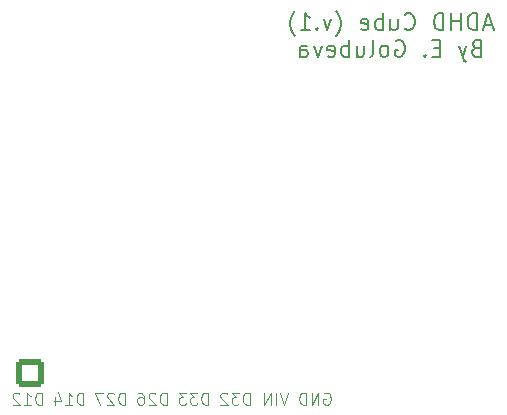
<source format=gbo>
%TF.GenerationSoftware,KiCad,Pcbnew,9.0.5*%
%TF.CreationDate,2025-12-28T18:17:11+02:00*%
%TF.ProjectId,base-schematic-02,62617365-2d73-4636-9865-6d617469632d,rev?*%
%TF.SameCoordinates,Original*%
%TF.FileFunction,Legend,Bot*%
%TF.FilePolarity,Positive*%
%FSLAX46Y46*%
G04 Gerber Fmt 4.6, Leading zero omitted, Abs format (unit mm)*
G04 Created by KiCad (PCBNEW 9.0.5) date 2025-12-28 18:17:11*
%MOMM*%
%LPD*%
G01*
G04 APERTURE LIST*
G04 Aperture macros list*
%AMRoundRect*
0 Rectangle with rounded corners*
0 $1 Rounding radius*
0 $2 $3 $4 $5 $6 $7 $8 $9 X,Y pos of 4 corners*
0 Add a 4 corners polygon primitive as box body*
4,1,4,$2,$3,$4,$5,$6,$7,$8,$9,$2,$3,0*
0 Add four circle primitives for the rounded corners*
1,1,$1+$1,$2,$3*
1,1,$1+$1,$4,$5*
1,1,$1+$1,$6,$7*
1,1,$1+$1,$8,$9*
0 Add four rect primitives between the rounded corners*
20,1,$1+$1,$2,$3,$4,$5,0*
20,1,$1+$1,$4,$5,$6,$7,0*
20,1,$1+$1,$6,$7,$8,$9,0*
20,1,$1+$1,$8,$9,$2,$3,0*%
G04 Aperture macros list end*
%ADD10C,0.100000*%
%ADD11C,0.200000*%
%ADD12R,1.700000X1.700000*%
%ADD13C,1.700000*%
%ADD14C,3.200000*%
%ADD15RoundRect,0.250001X-0.949999X-0.949999X0.949999X-0.949999X0.949999X0.949999X-0.949999X0.949999X0*%
%ADD16C,2.400000*%
G04 APERTURE END LIST*
D10*
X77068115Y-110692419D02*
X77068115Y-109692419D01*
X77068115Y-109692419D02*
X76830020Y-109692419D01*
X76830020Y-109692419D02*
X76687163Y-109740038D01*
X76687163Y-109740038D02*
X76591925Y-109835276D01*
X76591925Y-109835276D02*
X76544306Y-109930514D01*
X76544306Y-109930514D02*
X76496687Y-110120990D01*
X76496687Y-110120990D02*
X76496687Y-110263847D01*
X76496687Y-110263847D02*
X76544306Y-110454323D01*
X76544306Y-110454323D02*
X76591925Y-110549561D01*
X76591925Y-110549561D02*
X76687163Y-110644800D01*
X76687163Y-110644800D02*
X76830020Y-110692419D01*
X76830020Y-110692419D02*
X77068115Y-110692419D01*
X76163353Y-109692419D02*
X75544306Y-109692419D01*
X75544306Y-109692419D02*
X75877639Y-110073371D01*
X75877639Y-110073371D02*
X75734782Y-110073371D01*
X75734782Y-110073371D02*
X75639544Y-110120990D01*
X75639544Y-110120990D02*
X75591925Y-110168609D01*
X75591925Y-110168609D02*
X75544306Y-110263847D01*
X75544306Y-110263847D02*
X75544306Y-110501942D01*
X75544306Y-110501942D02*
X75591925Y-110597180D01*
X75591925Y-110597180D02*
X75639544Y-110644800D01*
X75639544Y-110644800D02*
X75734782Y-110692419D01*
X75734782Y-110692419D02*
X76020496Y-110692419D01*
X76020496Y-110692419D02*
X76115734Y-110644800D01*
X76115734Y-110644800D02*
X76163353Y-110597180D01*
X75210972Y-109692419D02*
X74591925Y-109692419D01*
X74591925Y-109692419D02*
X74925258Y-110073371D01*
X74925258Y-110073371D02*
X74782401Y-110073371D01*
X74782401Y-110073371D02*
X74687163Y-110120990D01*
X74687163Y-110120990D02*
X74639544Y-110168609D01*
X74639544Y-110168609D02*
X74591925Y-110263847D01*
X74591925Y-110263847D02*
X74591925Y-110501942D01*
X74591925Y-110501942D02*
X74639544Y-110597180D01*
X74639544Y-110597180D02*
X74687163Y-110644800D01*
X74687163Y-110644800D02*
X74782401Y-110692419D01*
X74782401Y-110692419D02*
X75068115Y-110692419D01*
X75068115Y-110692419D02*
X75163353Y-110644800D01*
X75163353Y-110644800D02*
X75210972Y-110597180D01*
X70032115Y-110692419D02*
X70032115Y-109692419D01*
X70032115Y-109692419D02*
X69794020Y-109692419D01*
X69794020Y-109692419D02*
X69651163Y-109740038D01*
X69651163Y-109740038D02*
X69555925Y-109835276D01*
X69555925Y-109835276D02*
X69508306Y-109930514D01*
X69508306Y-109930514D02*
X69460687Y-110120990D01*
X69460687Y-110120990D02*
X69460687Y-110263847D01*
X69460687Y-110263847D02*
X69508306Y-110454323D01*
X69508306Y-110454323D02*
X69555925Y-110549561D01*
X69555925Y-110549561D02*
X69651163Y-110644800D01*
X69651163Y-110644800D02*
X69794020Y-110692419D01*
X69794020Y-110692419D02*
X70032115Y-110692419D01*
X69079734Y-109787657D02*
X69032115Y-109740038D01*
X69032115Y-109740038D02*
X68936877Y-109692419D01*
X68936877Y-109692419D02*
X68698782Y-109692419D01*
X68698782Y-109692419D02*
X68603544Y-109740038D01*
X68603544Y-109740038D02*
X68555925Y-109787657D01*
X68555925Y-109787657D02*
X68508306Y-109882895D01*
X68508306Y-109882895D02*
X68508306Y-109978133D01*
X68508306Y-109978133D02*
X68555925Y-110120990D01*
X68555925Y-110120990D02*
X69127353Y-110692419D01*
X69127353Y-110692419D02*
X68508306Y-110692419D01*
X68174972Y-109692419D02*
X67508306Y-109692419D01*
X67508306Y-109692419D02*
X67936877Y-110692419D01*
X66514115Y-110692419D02*
X66514115Y-109692419D01*
X66514115Y-109692419D02*
X66276020Y-109692419D01*
X66276020Y-109692419D02*
X66133163Y-109740038D01*
X66133163Y-109740038D02*
X66037925Y-109835276D01*
X66037925Y-109835276D02*
X65990306Y-109930514D01*
X65990306Y-109930514D02*
X65942687Y-110120990D01*
X65942687Y-110120990D02*
X65942687Y-110263847D01*
X65942687Y-110263847D02*
X65990306Y-110454323D01*
X65990306Y-110454323D02*
X66037925Y-110549561D01*
X66037925Y-110549561D02*
X66133163Y-110644800D01*
X66133163Y-110644800D02*
X66276020Y-110692419D01*
X66276020Y-110692419D02*
X66514115Y-110692419D01*
X64990306Y-110692419D02*
X65561734Y-110692419D01*
X65276020Y-110692419D02*
X65276020Y-109692419D01*
X65276020Y-109692419D02*
X65371258Y-109835276D01*
X65371258Y-109835276D02*
X65466496Y-109930514D01*
X65466496Y-109930514D02*
X65561734Y-109978133D01*
X64133163Y-110025752D02*
X64133163Y-110692419D01*
X64371258Y-109644800D02*
X64609353Y-110359085D01*
X64609353Y-110359085D02*
X63990306Y-110359085D01*
X80586115Y-110692419D02*
X80586115Y-109692419D01*
X80586115Y-109692419D02*
X80348020Y-109692419D01*
X80348020Y-109692419D02*
X80205163Y-109740038D01*
X80205163Y-109740038D02*
X80109925Y-109835276D01*
X80109925Y-109835276D02*
X80062306Y-109930514D01*
X80062306Y-109930514D02*
X80014687Y-110120990D01*
X80014687Y-110120990D02*
X80014687Y-110263847D01*
X80014687Y-110263847D02*
X80062306Y-110454323D01*
X80062306Y-110454323D02*
X80109925Y-110549561D01*
X80109925Y-110549561D02*
X80205163Y-110644800D01*
X80205163Y-110644800D02*
X80348020Y-110692419D01*
X80348020Y-110692419D02*
X80586115Y-110692419D01*
X79681353Y-109692419D02*
X79062306Y-109692419D01*
X79062306Y-109692419D02*
X79395639Y-110073371D01*
X79395639Y-110073371D02*
X79252782Y-110073371D01*
X79252782Y-110073371D02*
X79157544Y-110120990D01*
X79157544Y-110120990D02*
X79109925Y-110168609D01*
X79109925Y-110168609D02*
X79062306Y-110263847D01*
X79062306Y-110263847D02*
X79062306Y-110501942D01*
X79062306Y-110501942D02*
X79109925Y-110597180D01*
X79109925Y-110597180D02*
X79157544Y-110644800D01*
X79157544Y-110644800D02*
X79252782Y-110692419D01*
X79252782Y-110692419D02*
X79538496Y-110692419D01*
X79538496Y-110692419D02*
X79633734Y-110644800D01*
X79633734Y-110644800D02*
X79681353Y-110597180D01*
X78681353Y-109787657D02*
X78633734Y-109740038D01*
X78633734Y-109740038D02*
X78538496Y-109692419D01*
X78538496Y-109692419D02*
X78300401Y-109692419D01*
X78300401Y-109692419D02*
X78205163Y-109740038D01*
X78205163Y-109740038D02*
X78157544Y-109787657D01*
X78157544Y-109787657D02*
X78109925Y-109882895D01*
X78109925Y-109882895D02*
X78109925Y-109978133D01*
X78109925Y-109978133D02*
X78157544Y-110120990D01*
X78157544Y-110120990D02*
X78728972Y-110692419D01*
X78728972Y-110692419D02*
X78109925Y-110692419D01*
X86882306Y-109740038D02*
X86977544Y-109692419D01*
X86977544Y-109692419D02*
X87120401Y-109692419D01*
X87120401Y-109692419D02*
X87263258Y-109740038D01*
X87263258Y-109740038D02*
X87358496Y-109835276D01*
X87358496Y-109835276D02*
X87406115Y-109930514D01*
X87406115Y-109930514D02*
X87453734Y-110120990D01*
X87453734Y-110120990D02*
X87453734Y-110263847D01*
X87453734Y-110263847D02*
X87406115Y-110454323D01*
X87406115Y-110454323D02*
X87358496Y-110549561D01*
X87358496Y-110549561D02*
X87263258Y-110644800D01*
X87263258Y-110644800D02*
X87120401Y-110692419D01*
X87120401Y-110692419D02*
X87025163Y-110692419D01*
X87025163Y-110692419D02*
X86882306Y-110644800D01*
X86882306Y-110644800D02*
X86834687Y-110597180D01*
X86834687Y-110597180D02*
X86834687Y-110263847D01*
X86834687Y-110263847D02*
X87025163Y-110263847D01*
X86406115Y-110692419D02*
X86406115Y-109692419D01*
X86406115Y-109692419D02*
X85834687Y-110692419D01*
X85834687Y-110692419D02*
X85834687Y-109692419D01*
X85358496Y-110692419D02*
X85358496Y-109692419D01*
X85358496Y-109692419D02*
X85120401Y-109692419D01*
X85120401Y-109692419D02*
X84977544Y-109740038D01*
X84977544Y-109740038D02*
X84882306Y-109835276D01*
X84882306Y-109835276D02*
X84834687Y-109930514D01*
X84834687Y-109930514D02*
X84787068Y-110120990D01*
X84787068Y-110120990D02*
X84787068Y-110263847D01*
X84787068Y-110263847D02*
X84834687Y-110454323D01*
X84834687Y-110454323D02*
X84882306Y-110549561D01*
X84882306Y-110549561D02*
X84977544Y-110644800D01*
X84977544Y-110644800D02*
X85120401Y-110692419D01*
X85120401Y-110692419D02*
X85358496Y-110692419D01*
X83850265Y-109692419D02*
X83516932Y-110692419D01*
X83516932Y-110692419D02*
X83183599Y-109692419D01*
X82850265Y-110692419D02*
X82850265Y-109692419D01*
X82374075Y-110692419D02*
X82374075Y-109692419D01*
X82374075Y-109692419D02*
X81802647Y-110692419D01*
X81802647Y-110692419D02*
X81802647Y-109692419D01*
D11*
X101106667Y-78580305D02*
X100440000Y-78580305D01*
X101240000Y-78980305D02*
X100773334Y-77580305D01*
X100773334Y-77580305D02*
X100306667Y-78980305D01*
X99840000Y-78980305D02*
X99840000Y-77580305D01*
X99840000Y-77580305D02*
X99506667Y-77580305D01*
X99506667Y-77580305D02*
X99306667Y-77646972D01*
X99306667Y-77646972D02*
X99173334Y-77780305D01*
X99173334Y-77780305D02*
X99106667Y-77913639D01*
X99106667Y-77913639D02*
X99040000Y-78180305D01*
X99040000Y-78180305D02*
X99040000Y-78380305D01*
X99040000Y-78380305D02*
X99106667Y-78646972D01*
X99106667Y-78646972D02*
X99173334Y-78780305D01*
X99173334Y-78780305D02*
X99306667Y-78913639D01*
X99306667Y-78913639D02*
X99506667Y-78980305D01*
X99506667Y-78980305D02*
X99840000Y-78980305D01*
X98440000Y-78980305D02*
X98440000Y-77580305D01*
X98440000Y-78246972D02*
X97640000Y-78246972D01*
X97640000Y-78980305D02*
X97640000Y-77580305D01*
X96973333Y-78980305D02*
X96973333Y-77580305D01*
X96973333Y-77580305D02*
X96640000Y-77580305D01*
X96640000Y-77580305D02*
X96440000Y-77646972D01*
X96440000Y-77646972D02*
X96306667Y-77780305D01*
X96306667Y-77780305D02*
X96240000Y-77913639D01*
X96240000Y-77913639D02*
X96173333Y-78180305D01*
X96173333Y-78180305D02*
X96173333Y-78380305D01*
X96173333Y-78380305D02*
X96240000Y-78646972D01*
X96240000Y-78646972D02*
X96306667Y-78780305D01*
X96306667Y-78780305D02*
X96440000Y-78913639D01*
X96440000Y-78913639D02*
X96640000Y-78980305D01*
X96640000Y-78980305D02*
X96973333Y-78980305D01*
X93706666Y-78846972D02*
X93773333Y-78913639D01*
X93773333Y-78913639D02*
X93973333Y-78980305D01*
X93973333Y-78980305D02*
X94106666Y-78980305D01*
X94106666Y-78980305D02*
X94306666Y-78913639D01*
X94306666Y-78913639D02*
X94440000Y-78780305D01*
X94440000Y-78780305D02*
X94506666Y-78646972D01*
X94506666Y-78646972D02*
X94573333Y-78380305D01*
X94573333Y-78380305D02*
X94573333Y-78180305D01*
X94573333Y-78180305D02*
X94506666Y-77913639D01*
X94506666Y-77913639D02*
X94440000Y-77780305D01*
X94440000Y-77780305D02*
X94306666Y-77646972D01*
X94306666Y-77646972D02*
X94106666Y-77580305D01*
X94106666Y-77580305D02*
X93973333Y-77580305D01*
X93973333Y-77580305D02*
X93773333Y-77646972D01*
X93773333Y-77646972D02*
X93706666Y-77713639D01*
X92506666Y-78046972D02*
X92506666Y-78980305D01*
X93106666Y-78046972D02*
X93106666Y-78780305D01*
X93106666Y-78780305D02*
X93040000Y-78913639D01*
X93040000Y-78913639D02*
X92906666Y-78980305D01*
X92906666Y-78980305D02*
X92706666Y-78980305D01*
X92706666Y-78980305D02*
X92573333Y-78913639D01*
X92573333Y-78913639D02*
X92506666Y-78846972D01*
X91839999Y-78980305D02*
X91839999Y-77580305D01*
X91839999Y-78113639D02*
X91706666Y-78046972D01*
X91706666Y-78046972D02*
X91439999Y-78046972D01*
X91439999Y-78046972D02*
X91306666Y-78113639D01*
X91306666Y-78113639D02*
X91239999Y-78180305D01*
X91239999Y-78180305D02*
X91173333Y-78313639D01*
X91173333Y-78313639D02*
X91173333Y-78713639D01*
X91173333Y-78713639D02*
X91239999Y-78846972D01*
X91239999Y-78846972D02*
X91306666Y-78913639D01*
X91306666Y-78913639D02*
X91439999Y-78980305D01*
X91439999Y-78980305D02*
X91706666Y-78980305D01*
X91706666Y-78980305D02*
X91839999Y-78913639D01*
X90039999Y-78913639D02*
X90173332Y-78980305D01*
X90173332Y-78980305D02*
X90439999Y-78980305D01*
X90439999Y-78980305D02*
X90573332Y-78913639D01*
X90573332Y-78913639D02*
X90639999Y-78780305D01*
X90639999Y-78780305D02*
X90639999Y-78246972D01*
X90639999Y-78246972D02*
X90573332Y-78113639D01*
X90573332Y-78113639D02*
X90439999Y-78046972D01*
X90439999Y-78046972D02*
X90173332Y-78046972D01*
X90173332Y-78046972D02*
X90039999Y-78113639D01*
X90039999Y-78113639D02*
X89973332Y-78246972D01*
X89973332Y-78246972D02*
X89973332Y-78380305D01*
X89973332Y-78380305D02*
X90639999Y-78513639D01*
X87906665Y-79513639D02*
X87973332Y-79446972D01*
X87973332Y-79446972D02*
X88106665Y-79246972D01*
X88106665Y-79246972D02*
X88173332Y-79113639D01*
X88173332Y-79113639D02*
X88239999Y-78913639D01*
X88239999Y-78913639D02*
X88306665Y-78580305D01*
X88306665Y-78580305D02*
X88306665Y-78313639D01*
X88306665Y-78313639D02*
X88239999Y-77980305D01*
X88239999Y-77980305D02*
X88173332Y-77780305D01*
X88173332Y-77780305D02*
X88106665Y-77646972D01*
X88106665Y-77646972D02*
X87973332Y-77446972D01*
X87973332Y-77446972D02*
X87906665Y-77380305D01*
X87506666Y-78046972D02*
X87173332Y-78980305D01*
X87173332Y-78980305D02*
X86839999Y-78046972D01*
X86306665Y-78846972D02*
X86239999Y-78913639D01*
X86239999Y-78913639D02*
X86306665Y-78980305D01*
X86306665Y-78980305D02*
X86373332Y-78913639D01*
X86373332Y-78913639D02*
X86306665Y-78846972D01*
X86306665Y-78846972D02*
X86306665Y-78980305D01*
X84906665Y-78980305D02*
X85706665Y-78980305D01*
X85306665Y-78980305D02*
X85306665Y-77580305D01*
X85306665Y-77580305D02*
X85439998Y-77780305D01*
X85439998Y-77780305D02*
X85573332Y-77913639D01*
X85573332Y-77913639D02*
X85706665Y-77980305D01*
X84439999Y-79513639D02*
X84373332Y-79446972D01*
X84373332Y-79446972D02*
X84239999Y-79246972D01*
X84239999Y-79246972D02*
X84173332Y-79113639D01*
X84173332Y-79113639D02*
X84106665Y-78913639D01*
X84106665Y-78913639D02*
X84039999Y-78580305D01*
X84039999Y-78580305D02*
X84039999Y-78313639D01*
X84039999Y-78313639D02*
X84106665Y-77980305D01*
X84106665Y-77980305D02*
X84173332Y-77780305D01*
X84173332Y-77780305D02*
X84239999Y-77646972D01*
X84239999Y-77646972D02*
X84373332Y-77446972D01*
X84373332Y-77446972D02*
X84439999Y-77380305D01*
X99740001Y-80500894D02*
X99540001Y-80567561D01*
X99540001Y-80567561D02*
X99473334Y-80634227D01*
X99473334Y-80634227D02*
X99406667Y-80767561D01*
X99406667Y-80767561D02*
X99406667Y-80967561D01*
X99406667Y-80967561D02*
X99473334Y-81100894D01*
X99473334Y-81100894D02*
X99540001Y-81167561D01*
X99540001Y-81167561D02*
X99673334Y-81234227D01*
X99673334Y-81234227D02*
X100206667Y-81234227D01*
X100206667Y-81234227D02*
X100206667Y-79834227D01*
X100206667Y-79834227D02*
X99740001Y-79834227D01*
X99740001Y-79834227D02*
X99606667Y-79900894D01*
X99606667Y-79900894D02*
X99540001Y-79967561D01*
X99540001Y-79967561D02*
X99473334Y-80100894D01*
X99473334Y-80100894D02*
X99473334Y-80234227D01*
X99473334Y-80234227D02*
X99540001Y-80367561D01*
X99540001Y-80367561D02*
X99606667Y-80434227D01*
X99606667Y-80434227D02*
X99740001Y-80500894D01*
X99740001Y-80500894D02*
X100206667Y-80500894D01*
X98940001Y-80300894D02*
X98606667Y-81234227D01*
X98273334Y-80300894D02*
X98606667Y-81234227D01*
X98606667Y-81234227D02*
X98740001Y-81567561D01*
X98740001Y-81567561D02*
X98806667Y-81634227D01*
X98806667Y-81634227D02*
X98940001Y-81700894D01*
X96673333Y-80500894D02*
X96206667Y-80500894D01*
X96006667Y-81234227D02*
X96673333Y-81234227D01*
X96673333Y-81234227D02*
X96673333Y-79834227D01*
X96673333Y-79834227D02*
X96006667Y-79834227D01*
X95406666Y-81100894D02*
X95340000Y-81167561D01*
X95340000Y-81167561D02*
X95406666Y-81234227D01*
X95406666Y-81234227D02*
X95473333Y-81167561D01*
X95473333Y-81167561D02*
X95406666Y-81100894D01*
X95406666Y-81100894D02*
X95406666Y-81234227D01*
X92939999Y-79900894D02*
X93073332Y-79834227D01*
X93073332Y-79834227D02*
X93273332Y-79834227D01*
X93273332Y-79834227D02*
X93473332Y-79900894D01*
X93473332Y-79900894D02*
X93606666Y-80034227D01*
X93606666Y-80034227D02*
X93673332Y-80167561D01*
X93673332Y-80167561D02*
X93739999Y-80434227D01*
X93739999Y-80434227D02*
X93739999Y-80634227D01*
X93739999Y-80634227D02*
X93673332Y-80900894D01*
X93673332Y-80900894D02*
X93606666Y-81034227D01*
X93606666Y-81034227D02*
X93473332Y-81167561D01*
X93473332Y-81167561D02*
X93273332Y-81234227D01*
X93273332Y-81234227D02*
X93139999Y-81234227D01*
X93139999Y-81234227D02*
X92939999Y-81167561D01*
X92939999Y-81167561D02*
X92873332Y-81100894D01*
X92873332Y-81100894D02*
X92873332Y-80634227D01*
X92873332Y-80634227D02*
X93139999Y-80634227D01*
X92073332Y-81234227D02*
X92206666Y-81167561D01*
X92206666Y-81167561D02*
X92273332Y-81100894D01*
X92273332Y-81100894D02*
X92339999Y-80967561D01*
X92339999Y-80967561D02*
X92339999Y-80567561D01*
X92339999Y-80567561D02*
X92273332Y-80434227D01*
X92273332Y-80434227D02*
X92206666Y-80367561D01*
X92206666Y-80367561D02*
X92073332Y-80300894D01*
X92073332Y-80300894D02*
X91873332Y-80300894D01*
X91873332Y-80300894D02*
X91739999Y-80367561D01*
X91739999Y-80367561D02*
X91673332Y-80434227D01*
X91673332Y-80434227D02*
X91606666Y-80567561D01*
X91606666Y-80567561D02*
X91606666Y-80967561D01*
X91606666Y-80967561D02*
X91673332Y-81100894D01*
X91673332Y-81100894D02*
X91739999Y-81167561D01*
X91739999Y-81167561D02*
X91873332Y-81234227D01*
X91873332Y-81234227D02*
X92073332Y-81234227D01*
X90806665Y-81234227D02*
X90939999Y-81167561D01*
X90939999Y-81167561D02*
X91006665Y-81034227D01*
X91006665Y-81034227D02*
X91006665Y-79834227D01*
X89673332Y-80300894D02*
X89673332Y-81234227D01*
X90273332Y-80300894D02*
X90273332Y-81034227D01*
X90273332Y-81034227D02*
X90206666Y-81167561D01*
X90206666Y-81167561D02*
X90073332Y-81234227D01*
X90073332Y-81234227D02*
X89873332Y-81234227D01*
X89873332Y-81234227D02*
X89739999Y-81167561D01*
X89739999Y-81167561D02*
X89673332Y-81100894D01*
X89006665Y-81234227D02*
X89006665Y-79834227D01*
X89006665Y-80367561D02*
X88873332Y-80300894D01*
X88873332Y-80300894D02*
X88606665Y-80300894D01*
X88606665Y-80300894D02*
X88473332Y-80367561D01*
X88473332Y-80367561D02*
X88406665Y-80434227D01*
X88406665Y-80434227D02*
X88339999Y-80567561D01*
X88339999Y-80567561D02*
X88339999Y-80967561D01*
X88339999Y-80967561D02*
X88406665Y-81100894D01*
X88406665Y-81100894D02*
X88473332Y-81167561D01*
X88473332Y-81167561D02*
X88606665Y-81234227D01*
X88606665Y-81234227D02*
X88873332Y-81234227D01*
X88873332Y-81234227D02*
X89006665Y-81167561D01*
X87206665Y-81167561D02*
X87339998Y-81234227D01*
X87339998Y-81234227D02*
X87606665Y-81234227D01*
X87606665Y-81234227D02*
X87739998Y-81167561D01*
X87739998Y-81167561D02*
X87806665Y-81034227D01*
X87806665Y-81034227D02*
X87806665Y-80500894D01*
X87806665Y-80500894D02*
X87739998Y-80367561D01*
X87739998Y-80367561D02*
X87606665Y-80300894D01*
X87606665Y-80300894D02*
X87339998Y-80300894D01*
X87339998Y-80300894D02*
X87206665Y-80367561D01*
X87206665Y-80367561D02*
X87139998Y-80500894D01*
X87139998Y-80500894D02*
X87139998Y-80634227D01*
X87139998Y-80634227D02*
X87806665Y-80767561D01*
X86673332Y-80300894D02*
X86339998Y-81234227D01*
X86339998Y-81234227D02*
X86006665Y-80300894D01*
X84873331Y-81234227D02*
X84873331Y-80500894D01*
X84873331Y-80500894D02*
X84939998Y-80367561D01*
X84939998Y-80367561D02*
X85073331Y-80300894D01*
X85073331Y-80300894D02*
X85339998Y-80300894D01*
X85339998Y-80300894D02*
X85473331Y-80367561D01*
X84873331Y-81167561D02*
X85006665Y-81234227D01*
X85006665Y-81234227D02*
X85339998Y-81234227D01*
X85339998Y-81234227D02*
X85473331Y-81167561D01*
X85473331Y-81167561D02*
X85539998Y-81034227D01*
X85539998Y-81034227D02*
X85539998Y-80900894D01*
X85539998Y-80900894D02*
X85473331Y-80767561D01*
X85473331Y-80767561D02*
X85339998Y-80700894D01*
X85339998Y-80700894D02*
X85006665Y-80700894D01*
X85006665Y-80700894D02*
X84873331Y-80634227D01*
D10*
X73550115Y-110692419D02*
X73550115Y-109692419D01*
X73550115Y-109692419D02*
X73312020Y-109692419D01*
X73312020Y-109692419D02*
X73169163Y-109740038D01*
X73169163Y-109740038D02*
X73073925Y-109835276D01*
X73073925Y-109835276D02*
X73026306Y-109930514D01*
X73026306Y-109930514D02*
X72978687Y-110120990D01*
X72978687Y-110120990D02*
X72978687Y-110263847D01*
X72978687Y-110263847D02*
X73026306Y-110454323D01*
X73026306Y-110454323D02*
X73073925Y-110549561D01*
X73073925Y-110549561D02*
X73169163Y-110644800D01*
X73169163Y-110644800D02*
X73312020Y-110692419D01*
X73312020Y-110692419D02*
X73550115Y-110692419D01*
X72597734Y-109787657D02*
X72550115Y-109740038D01*
X72550115Y-109740038D02*
X72454877Y-109692419D01*
X72454877Y-109692419D02*
X72216782Y-109692419D01*
X72216782Y-109692419D02*
X72121544Y-109740038D01*
X72121544Y-109740038D02*
X72073925Y-109787657D01*
X72073925Y-109787657D02*
X72026306Y-109882895D01*
X72026306Y-109882895D02*
X72026306Y-109978133D01*
X72026306Y-109978133D02*
X72073925Y-110120990D01*
X72073925Y-110120990D02*
X72645353Y-110692419D01*
X72645353Y-110692419D02*
X72026306Y-110692419D01*
X71169163Y-109692419D02*
X71359639Y-109692419D01*
X71359639Y-109692419D02*
X71454877Y-109740038D01*
X71454877Y-109740038D02*
X71502496Y-109787657D01*
X71502496Y-109787657D02*
X71597734Y-109930514D01*
X71597734Y-109930514D02*
X71645353Y-110120990D01*
X71645353Y-110120990D02*
X71645353Y-110501942D01*
X71645353Y-110501942D02*
X71597734Y-110597180D01*
X71597734Y-110597180D02*
X71550115Y-110644800D01*
X71550115Y-110644800D02*
X71454877Y-110692419D01*
X71454877Y-110692419D02*
X71264401Y-110692419D01*
X71264401Y-110692419D02*
X71169163Y-110644800D01*
X71169163Y-110644800D02*
X71121544Y-110597180D01*
X71121544Y-110597180D02*
X71073925Y-110501942D01*
X71073925Y-110501942D02*
X71073925Y-110263847D01*
X71073925Y-110263847D02*
X71121544Y-110168609D01*
X71121544Y-110168609D02*
X71169163Y-110120990D01*
X71169163Y-110120990D02*
X71264401Y-110073371D01*
X71264401Y-110073371D02*
X71454877Y-110073371D01*
X71454877Y-110073371D02*
X71550115Y-110120990D01*
X71550115Y-110120990D02*
X71597734Y-110168609D01*
X71597734Y-110168609D02*
X71645353Y-110263847D01*
X62996115Y-110692419D02*
X62996115Y-109692419D01*
X62996115Y-109692419D02*
X62758020Y-109692419D01*
X62758020Y-109692419D02*
X62615163Y-109740038D01*
X62615163Y-109740038D02*
X62519925Y-109835276D01*
X62519925Y-109835276D02*
X62472306Y-109930514D01*
X62472306Y-109930514D02*
X62424687Y-110120990D01*
X62424687Y-110120990D02*
X62424687Y-110263847D01*
X62424687Y-110263847D02*
X62472306Y-110454323D01*
X62472306Y-110454323D02*
X62519925Y-110549561D01*
X62519925Y-110549561D02*
X62615163Y-110644800D01*
X62615163Y-110644800D02*
X62758020Y-110692419D01*
X62758020Y-110692419D02*
X62996115Y-110692419D01*
X61472306Y-110692419D02*
X62043734Y-110692419D01*
X61758020Y-110692419D02*
X61758020Y-109692419D01*
X61758020Y-109692419D02*
X61853258Y-109835276D01*
X61853258Y-109835276D02*
X61948496Y-109930514D01*
X61948496Y-109930514D02*
X62043734Y-109978133D01*
X61091353Y-109787657D02*
X61043734Y-109740038D01*
X61043734Y-109740038D02*
X60948496Y-109692419D01*
X60948496Y-109692419D02*
X60710401Y-109692419D01*
X60710401Y-109692419D02*
X60615163Y-109740038D01*
X60615163Y-109740038D02*
X60567544Y-109787657D01*
X60567544Y-109787657D02*
X60519925Y-109882895D01*
X60519925Y-109882895D02*
X60519925Y-109978133D01*
X60519925Y-109978133D02*
X60567544Y-110120990D01*
X60567544Y-110120990D02*
X61138972Y-110692419D01*
X61138972Y-110692419D02*
X60519925Y-110692419D01*
%LPC*%
D12*
%TO.C,J2*%
X79400000Y-59460000D03*
D13*
X79400000Y-62000000D03*
X79400000Y-64540000D03*
X79400000Y-67080000D03*
X79400000Y-69620000D03*
X79400000Y-72160000D03*
X79400000Y-74700000D03*
X79400000Y-77240000D03*
X79400000Y-79780000D03*
X79400000Y-82320000D03*
X79400000Y-84860000D03*
X79400000Y-87400000D03*
X79400000Y-89940000D03*
X79400000Y-92480000D03*
X79400000Y-95020000D03*
%TD*%
D12*
%TO.C,J1*%
X54000000Y-59460000D03*
D13*
X54000000Y-62000000D03*
X54000000Y-64540000D03*
X54000000Y-67080000D03*
X54000000Y-69620000D03*
X54000000Y-72160000D03*
X54000000Y-74700000D03*
X54000000Y-77240000D03*
X54000000Y-79780000D03*
X54000000Y-82320000D03*
X54000000Y-84860000D03*
X54000000Y-87400000D03*
X54000000Y-89940000D03*
X54000000Y-92480000D03*
X54000000Y-95020000D03*
%TD*%
D14*
%TO.C,H1*%
X53600000Y-53600000D03*
%TD*%
D12*
%TO.C,J3-DAC1*%
X89570000Y-55335000D03*
D13*
X92110000Y-55335000D03*
X94650000Y-55335000D03*
X97190000Y-55335000D03*
X99730000Y-55335000D03*
X102270000Y-55335000D03*
X104810000Y-55335000D03*
%TD*%
D14*
%TO.C,H4*%
X53600000Y-111400000D03*
%TD*%
D15*
%TO.C,J4*%
X62000000Y-108000000D03*
D16*
X65500000Y-108000000D03*
X69000000Y-108000000D03*
X72500000Y-108000000D03*
X76000000Y-108000000D03*
X79500000Y-108000000D03*
X83000000Y-108000000D03*
X86500000Y-108000000D03*
%TD*%
D14*
%TO.C,H3*%
X111450000Y-111430000D03*
%TD*%
%TO.C,H2*%
X111400000Y-53600000D03*
%TD*%
D12*
%TO.C,J4-IMU1*%
X107009138Y-95394959D03*
D13*
X104469138Y-95394959D03*
X101929138Y-95394959D03*
X99389138Y-95394959D03*
X96849138Y-95394959D03*
X94309138Y-95394959D03*
X91769138Y-95394959D03*
X89229138Y-95394959D03*
%TD*%
%LPD*%
M02*

</source>
